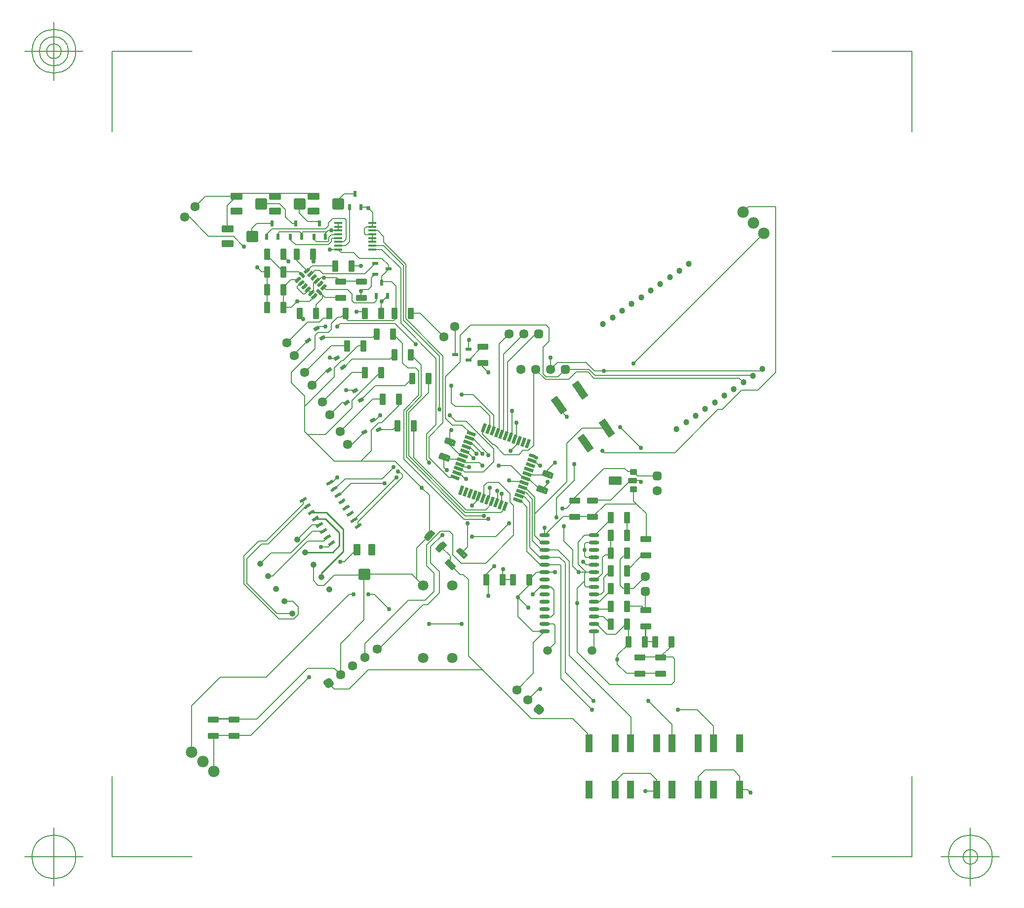
<source format=gbr>
G04 Generated by Ultiboard 11.0 *
%FSLAX25Y25*%
%MOIN*%

%ADD10C,0.00600*%
%ADD11C,0.01000*%
%ADD12C,0.00500*%
%ADD13C,0.03000*%
%ADD14C,0.06334*%
%ADD15R,0.02083X0.02083*%
%ADD16C,0.03917*%
%ADD17O,0.07000X0.02400*%
%ADD18C,0.05937*%
%ADD19P,0.02945X4X3*%
%ADD20P,0.05539X4X25*%
%ADD21C,0.01666*%
%ADD22P,0.03061X4X25*%
%ADD23P,0.02728X4X78*%
%ADD24P,0.02945X4X80*%
%ADD25R,0.05499X0.05500*%
%ADD26C,0.02334*%
%ADD27R,0.03084X0.06168*%
%ADD28C,0.07834*%
%ADD29R,0.05834X0.02251*%
%ADD30C,0.04100*%
%ADD31P,0.05539X4*%
%ADD32C,0.07079*%
%ADD33R,0.02251X0.05834*%
%ADD34P,0.03340X4X77*%
%ADD35P,0.03340X4X78*%
%ADD36R,0.05709X0.01772*%
%ADD37R,0.02362X0.03937*%
%ADD38P,0.03061X4*%
%ADD39P,0.03340X4X79*%
%ADD40R,0.05500X0.05499*%
%ADD41R,0.06168X0.03084*%
%ADD42R,0.03937X0.02362*%
%ADD43R,0.06834X0.04251*%
%ADD44R,0.04584X0.02251*%
%ADD45R,0.03000X0.02251*%
%ADD46R,0.05100X0.12200*%
%ADD47C,0.04047*%
%ADD48P,0.07212X4X80*%


G04 ColorRGB 1400FF for the following layer *
%LNCopper Top*%
%LPD*%
%FSLAX25Y25*%
%MOIN*%
G54D10*
X242915Y256534D02*
X255247Y256534D01*
X250469Y246881D02*
X252119Y246881D01*
X252000Y211000D02*
X254000Y211000D01*
X251800Y206000D02*
X254000Y206000D01*
X250700Y201050D02*
X253950Y201050D01*
X247250Y215750D02*
X252000Y211000D01*
X245650Y212150D02*
X251800Y206000D01*
X244050Y207700D02*
X250700Y201050D01*
X241950Y205050D02*
X251000Y196000D01*
X269000Y252000D02*
X247250Y230250D01*
X251000Y181000D02*
X246000Y176000D01*
X258300Y181000D02*
X251000Y181000D01*
X246250Y143250D02*
X254000Y151000D01*
X246000Y151000D02*
X254000Y151000D01*
X251000Y196000D02*
X264300Y196000D01*
X248500Y191000D02*
X261000Y191000D01*
X249877Y112000D02*
X251000Y112000D01*
X245000Y92000D02*
X273000Y92000D01*
X250100Y263000D02*
X251000Y263000D01*
X247993Y327744D02*
X254537Y321200D01*
X255000Y323000D02*
X253000Y325000D01*
X253000Y325000D02*
X253000Y343000D01*
X253000Y343000D02*
X257000Y347000D01*
X255000Y358000D02*
X204000Y358000D01*
X256000Y250713D02*
X252119Y246832D01*
X165500Y268426D02*
X200926Y233000D01*
X162150Y269513D02*
X200263Y231400D01*
X125277Y226243D02*
X153950Y254917D01*
X115367Y242967D02*
X123191Y250791D01*
X123191Y250791D02*
X145791Y250791D01*
X112160Y247160D02*
X119100Y254100D01*
X243025Y254325D02*
X250469Y246881D01*
X230550Y252450D02*
X230000Y253000D01*
X238925Y252450D02*
X240010Y251365D01*
X230550Y252450D02*
X238925Y252450D01*
X160550Y268850D02*
X200300Y229100D01*
X158950Y267300D02*
X199700Y226550D01*
X108938Y251353D02*
X110353Y251353D01*
X110353Y251353D02*
X114000Y255000D01*
X215176Y251600D02*
X212900Y249324D01*
X215176Y251600D02*
X222850Y251600D01*
X230650Y243800D02*
X222850Y251600D01*
X128000Y225000D02*
X157850Y254850D01*
X170950Y248000D02*
X152850Y266100D01*
X125277Y226243D02*
X125277Y226193D01*
X118667Y198000D02*
X127000Y206333D01*
X116192Y142758D02*
X132000Y158567D01*
X122000Y112000D02*
X135000Y125000D01*
X112000Y189000D02*
X131333Y189000D01*
X122000Y176000D02*
X125000Y176000D01*
X116192Y121736D02*
X116192Y142758D01*
X59500Y91500D02*
X94000Y126000D01*
X94000Y126000D02*
X111927Y126000D01*
X111927Y126000D02*
X116192Y121736D01*
X66000Y120000D02*
X122000Y176000D01*
X35000Y120000D02*
X66000Y120000D01*
X55500Y80500D02*
X95000Y120000D01*
X30707Y56285D02*
X30707Y79793D01*
X30707Y79793D02*
X30000Y80500D01*
X15613Y100613D02*
X35000Y120000D01*
X30000Y80500D02*
X55500Y80500D01*
X15613Y69406D02*
X15613Y100613D01*
X44000Y91500D02*
X59500Y91500D01*
X108000Y116000D02*
X112000Y112000D01*
X112000Y112000D02*
X122000Y112000D01*
X69264Y204000D02*
X61806Y196542D01*
X63000Y210000D02*
X53000Y200000D01*
X67342Y210000D02*
X63000Y210000D01*
X66000Y212000D02*
X61000Y212000D01*
X53000Y183263D02*
X73268Y162995D01*
X51000Y183000D02*
X74550Y159450D01*
X51000Y202000D02*
X51000Y183000D01*
X53000Y200000D02*
X53000Y183263D01*
X61000Y212000D02*
X51000Y202000D01*
X94000Y212000D02*
X70155Y188155D01*
X70155Y188155D02*
X67253Y188155D01*
X97793Y196065D02*
X97793Y185207D01*
X105000Y182000D02*
X112000Y189000D01*
X73268Y162995D02*
X83592Y162995D01*
X74550Y159450D02*
X84550Y159450D01*
X83918Y171382D02*
X78145Y171382D01*
X84550Y159450D02*
X87526Y162426D01*
X87526Y167774D02*
X83918Y171382D01*
X87526Y162426D02*
X87526Y167774D01*
X97793Y185207D02*
X101000Y182000D01*
X101000Y182000D02*
X105000Y182000D01*
X86900Y212838D02*
X96956Y222894D01*
X97201Y218701D02*
X82500Y204000D01*
X104775Y212000D02*
X94000Y212000D01*
X92816Y235474D02*
X93666Y235474D01*
X92816Y235474D02*
X67342Y210000D01*
X90943Y236943D02*
X66000Y212000D01*
X82500Y204000D02*
X69264Y204000D01*
X90943Y239667D02*
X90943Y236943D01*
X108000Y208000D02*
X110000Y210000D01*
X104559Y218701D02*
X97201Y218701D01*
X107282Y214507D02*
X104775Y212000D01*
X103000Y208000D02*
X108000Y208000D01*
X116000Y198000D02*
X118667Y198000D01*
X96956Y222894D02*
X101835Y222894D01*
X115367Y242967D02*
X114384Y242967D01*
X111661Y247160D02*
X112160Y247160D01*
X246250Y143250D02*
X246250Y122496D01*
X135000Y125000D02*
X212000Y125000D01*
X245000Y92000D02*
X202550Y134450D01*
X246250Y122496D02*
X235137Y111383D01*
X242569Y104691D02*
X249877Y112000D01*
X196872Y189350D02*
X190111Y196111D01*
X183426Y218576D02*
X189674Y218576D01*
X190111Y201889D02*
X190111Y196111D01*
X183889Y208111D02*
X190111Y201889D01*
X189674Y218576D02*
X191850Y216400D01*
X176000Y156000D02*
X198000Y156000D01*
X132000Y158567D02*
X132000Y189667D01*
X131333Y189000D02*
X132000Y189667D01*
X132000Y189667D02*
X164333Y189667D01*
X164333Y189667D02*
X172000Y182000D01*
X167500Y186500D02*
X167500Y207278D01*
X179200Y177950D02*
X179200Y190350D01*
X183050Y177000D02*
X183050Y191350D01*
X132575Y142575D02*
X162000Y172000D01*
X141943Y138943D02*
X172000Y169000D01*
X140766Y138943D02*
X141943Y138943D01*
X132575Y133207D02*
X132575Y142575D01*
X139000Y176000D02*
X149000Y166000D01*
X135000Y176000D02*
X139000Y176000D01*
X173250Y172000D02*
X179200Y177950D01*
X162000Y172000D02*
X173250Y172000D01*
X172000Y169000D02*
X175050Y169000D01*
X175050Y169000D02*
X183050Y177000D01*
X128000Y225000D02*
X128000Y222000D01*
X176111Y215889D02*
X176111Y242889D01*
X167500Y207278D02*
X176111Y215889D01*
X174174Y209324D02*
X174174Y195376D01*
X174174Y209324D02*
X183426Y218576D01*
X179200Y190350D02*
X174174Y195376D01*
X177000Y197400D02*
X177000Y208250D01*
X183050Y191350D02*
X177000Y197400D01*
X185000Y216000D02*
X184750Y216000D01*
X184750Y216000D02*
X177000Y208250D01*
X176111Y242889D02*
X171000Y248000D01*
X170950Y248000D02*
X171000Y248000D01*
X243500Y186000D02*
X248500Y191000D01*
X199024Y189350D02*
X196872Y189350D01*
X202550Y185824D02*
X199024Y189350D01*
X225500Y186000D02*
X225500Y192500D01*
X214500Y189750D02*
X219750Y195000D01*
X214500Y189750D02*
X214500Y186000D01*
X202550Y134450D02*
X202550Y185824D01*
X216000Y174750D02*
X216000Y184500D01*
X216000Y184500D02*
X214500Y186000D01*
X236000Y161000D02*
X246000Y151000D01*
X236000Y174750D02*
X243500Y182250D01*
X236000Y174000D02*
X236000Y161000D01*
X236000Y174000D02*
X243000Y167000D01*
X225500Y186000D02*
X232500Y186000D01*
X243500Y182250D02*
X243500Y186000D01*
X200263Y231400D02*
X224397Y231400D01*
X221204Y237681D02*
X221204Y238854D01*
X221204Y238854D02*
X222100Y239750D01*
X219750Y195000D02*
X220000Y195000D01*
X214074Y196924D02*
X233000Y215850D01*
X205000Y215000D02*
X221000Y215000D01*
X221000Y215000D02*
X230000Y224000D01*
X202000Y224000D02*
X202000Y208000D01*
X214074Y196924D02*
X197576Y196924D01*
X202000Y208000D02*
X197889Y203889D01*
X191850Y202650D02*
X191850Y216400D01*
X191850Y202650D02*
X197576Y196924D01*
X200926Y233000D02*
X214100Y233000D01*
X200300Y229100D02*
X212700Y229100D01*
X199700Y226550D02*
X215550Y226550D01*
X209365Y240365D02*
X205000Y236000D01*
X217950Y236850D02*
X217950Y238464D01*
X214100Y233000D02*
X217950Y236850D01*
X212700Y229100D02*
X212900Y228900D01*
X215550Y226550D02*
X216000Y227000D01*
X217950Y238464D02*
X218244Y238758D01*
X215784Y240335D02*
X215284Y239835D01*
X215784Y242184D02*
X217000Y243400D01*
X217000Y243400D02*
X217000Y248000D01*
X215784Y240335D02*
X215784Y242184D01*
X212900Y241488D02*
X212325Y240912D01*
X212900Y249324D02*
X212900Y241488D01*
X209365Y241990D02*
X209365Y240365D01*
X245650Y240350D02*
X245650Y212150D01*
X244050Y237950D02*
X244050Y207700D01*
X241950Y235100D02*
X241950Y205050D01*
X247250Y230000D02*
X247250Y215750D01*
X233000Y215850D02*
X233000Y236000D01*
X237465Y241800D02*
X240200Y241800D01*
X236779Y242486D02*
X237465Y241800D01*
X237524Y239526D02*
X235701Y239526D01*
X227123Y234126D02*
X227123Y235526D01*
X225000Y244000D02*
X225000Y237440D01*
X225000Y237440D02*
X224163Y236603D01*
X233000Y236000D02*
X230650Y238350D01*
X224397Y231400D02*
X227123Y234126D01*
X222100Y239750D02*
X222100Y245900D01*
X230650Y238350D02*
X230650Y243800D01*
X237524Y239526D02*
X241950Y235100D01*
X247250Y241750D02*
X247250Y230250D01*
X238933Y248405D02*
X240595Y248405D01*
X238406Y244896D02*
X241104Y244896D01*
X238406Y244896D02*
X237856Y245446D01*
X240595Y248405D02*
X247250Y241750D01*
X241104Y244896D02*
X245650Y240350D01*
X240200Y241800D02*
X244050Y237950D01*
X126000Y446528D02*
X118472Y446528D01*
X104300Y392700D02*
X132432Y392700D01*
X116000Y387500D02*
X130000Y387500D01*
X125276Y372900D02*
X124000Y374176D01*
X125276Y372900D02*
X138887Y372900D01*
X123899Y277340D02*
X132160Y285601D01*
X124000Y335000D02*
X149500Y335000D01*
X124000Y326000D02*
X132500Y326000D01*
X138000Y308000D02*
X116000Y286000D01*
X120000Y314000D02*
X126000Y314000D01*
X123500Y398000D02*
X130000Y398000D01*
X129000Y403000D02*
X125000Y407000D01*
X125000Y407000D02*
X116626Y407000D01*
X121200Y360800D02*
X151800Y360800D01*
X115900Y358900D02*
X153050Y358900D01*
X138050Y349550D02*
X105255Y349550D01*
X119100Y254100D02*
X144350Y254100D01*
X111900Y266100D02*
X152850Y266100D01*
X128000Y311000D02*
X124000Y307000D01*
X128000Y344000D02*
X118000Y334000D01*
X127000Y367000D02*
X132000Y367000D01*
X77500Y370000D02*
X77500Y383500D01*
X105489Y376511D02*
X101839Y380161D01*
X92000Y379000D02*
X94000Y381000D01*
X86850Y382950D02*
X90800Y379000D01*
X90800Y379000D02*
X92000Y379000D01*
X104000Y376000D02*
X104000Y378000D01*
X124000Y379000D02*
X124000Y374176D01*
X120962Y382038D02*
X124000Y379000D01*
X66500Y370000D02*
X66500Y394000D01*
X95136Y374000D02*
X98512Y377377D01*
X104000Y306000D02*
X124000Y326000D01*
X83000Y319000D02*
X92000Y310000D01*
X112000Y323000D02*
X92000Y303000D01*
X92000Y286000D02*
X111900Y266100D01*
X106000Y284000D02*
X94000Y284000D01*
X92000Y310000D02*
X92000Y286000D01*
X124000Y302000D02*
X106000Y284000D01*
X121000Y277340D02*
X123899Y277340D01*
X109000Y297340D02*
X117194Y305534D01*
X117194Y305534D02*
X120203Y305534D01*
X124000Y307000D02*
X124000Y302000D01*
X87000Y374000D02*
X95136Y374000D01*
X102000Y360000D02*
X94000Y360000D01*
X94000Y360000D02*
X80000Y346000D01*
X85000Y338331D02*
X94203Y347534D01*
X110000Y344000D02*
X92000Y326000D01*
X99000Y342000D02*
X83000Y326000D01*
X83000Y326000D02*
X83000Y319000D01*
X85000Y337340D02*
X85000Y338331D01*
X77500Y370000D02*
X83000Y370000D01*
X88500Y364500D02*
X91000Y362000D01*
X83000Y370000D02*
X87000Y374000D01*
X88500Y366000D02*
X88500Y364500D01*
X99000Y351000D02*
X99000Y342000D01*
X120500Y344000D02*
X110000Y344000D01*
X113412Y335383D02*
X109883Y335383D01*
X109883Y335383D02*
X109633Y335633D01*
X97000Y317340D02*
X107128Y327468D01*
X107128Y327468D02*
X108246Y327468D01*
X117845Y329431D02*
X118431Y329431D01*
X118431Y329431D02*
X124000Y335000D01*
X117000Y334000D02*
X112000Y329000D01*
X112000Y329000D02*
X112000Y323000D01*
X113412Y335383D02*
X113662Y335633D01*
X118000Y334000D02*
X117000Y334000D01*
X105489Y376511D02*
X115989Y376511D01*
X110000Y359000D02*
X110000Y355000D01*
X110000Y355000D02*
X108000Y353000D01*
X114200Y363200D02*
X110000Y359000D01*
X108500Y364500D02*
X106500Y362500D01*
X106500Y362500D02*
X104500Y362500D01*
X104500Y362500D02*
X102000Y360000D01*
X105034Y349329D02*
X103834Y349329D01*
X105255Y349550D02*
X105034Y349329D01*
X100353Y355603D02*
X101750Y357000D01*
X101750Y357000D02*
X106000Y357000D01*
X99760Y355603D02*
X100353Y355603D01*
X108000Y353000D02*
X101000Y353000D01*
X101000Y353000D02*
X99000Y351000D01*
X99500Y366000D02*
X99500Y371500D01*
X99500Y371500D02*
X104000Y376000D01*
X108500Y366000D02*
X108500Y364500D01*
X119500Y366000D02*
X119500Y362500D01*
X119500Y362500D02*
X121200Y360800D01*
X116700Y363200D02*
X114200Y363200D01*
X116700Y363200D02*
X119500Y366000D01*
X115900Y358900D02*
X114000Y357000D01*
X69667Y447000D02*
X47667Y447000D01*
X62333Y440000D02*
X75000Y440000D01*
X59528Y426528D02*
X70000Y426528D01*
X60000Y397000D02*
X63000Y394000D01*
X63000Y394000D02*
X65000Y394000D01*
X25000Y445000D02*
X18000Y438000D01*
X39667Y438667D02*
X45667Y444667D01*
X43750Y418000D02*
X27000Y418000D01*
X27000Y418000D02*
X14071Y430929D01*
X14071Y430929D02*
X10929Y430929D01*
X50650Y411100D02*
X43750Y418000D01*
X39667Y423000D02*
X39667Y438667D01*
X56333Y423333D02*
X59528Y426528D01*
X56333Y418000D02*
X56333Y423333D01*
X45667Y445000D02*
X25000Y445000D01*
X47667Y447000D02*
X45667Y445000D01*
X45667Y444667D02*
X45667Y445000D01*
X114333Y442388D02*
X114333Y440000D01*
X88333Y433667D02*
X88333Y440000D01*
X75000Y440000D02*
X79000Y436000D01*
X88333Y433667D02*
X94000Y428000D01*
X94000Y428000D02*
X100528Y428000D01*
X91000Y421000D02*
X107000Y421000D01*
X70000Y423000D02*
X106000Y423000D01*
X86500Y401611D02*
X93488Y394623D01*
X93488Y394623D02*
X96864Y398000D01*
X95715Y392396D02*
X96396Y392396D01*
X94058Y381831D02*
X95889Y380000D01*
X85800Y412200D02*
X107950Y412200D01*
X66500Y405000D02*
X77500Y394000D01*
X82512Y388512D02*
X77500Y383500D01*
X77500Y394000D02*
X88000Y394000D01*
X77500Y406000D02*
X77500Y404500D01*
X77500Y404500D02*
X81150Y400850D01*
X66500Y406000D02*
X66500Y405000D01*
X88000Y394000D02*
X90161Y391839D01*
X87377Y388512D02*
X82512Y388512D01*
X89604Y386285D02*
X89285Y386285D01*
X89285Y386285D02*
X86850Y383850D01*
X86850Y383850D02*
X86850Y382950D01*
X86500Y406000D02*
X86500Y401611D01*
X79000Y436000D02*
X79000Y431000D01*
X79000Y431000D02*
X83472Y426528D01*
X75000Y421000D02*
X88463Y421000D01*
X73740Y417472D02*
X73740Y419740D01*
X73740Y419740D02*
X75000Y421000D01*
X70000Y423000D02*
X66260Y419260D01*
X66260Y419260D02*
X66260Y417472D01*
X88463Y421000D02*
X89740Y419722D01*
X89740Y419722D02*
X89740Y417472D01*
X89731Y419731D02*
X91000Y421000D01*
X82260Y415740D02*
X85800Y412200D01*
X83472Y426528D02*
X86000Y426528D01*
X116626Y407000D02*
X114583Y409043D01*
X114583Y409043D02*
X109454Y409043D01*
X96864Y398000D02*
X112500Y398000D01*
X103000Y390000D02*
X113500Y390000D01*
X106073Y382038D02*
X120962Y382038D01*
X96396Y392396D02*
X99000Y395000D01*
X99000Y395000D02*
X102000Y395000D01*
X102000Y395000D02*
X104300Y392700D01*
X100942Y387942D02*
X103000Y390000D01*
X96285Y379604D02*
X98000Y381319D01*
X98000Y381319D02*
X98000Y386000D01*
X98000Y386000D02*
X99942Y387942D01*
X100169Y387942D02*
X100942Y387942D01*
X106073Y382038D02*
X104623Y383488D01*
X97500Y406000D02*
X97500Y401000D01*
X113500Y390000D02*
X116000Y387500D01*
X107839Y421839D02*
X114583Y421839D01*
X110000Y419000D02*
X114303Y419000D01*
X108300Y417300D02*
X110000Y419000D01*
X110546Y416720D02*
X114583Y416720D01*
X110020Y416195D02*
X110546Y416720D01*
X119000Y430000D02*
X111000Y430000D01*
X111000Y430000D02*
X108000Y427000D01*
X110020Y416195D02*
X110020Y414270D01*
X107950Y412200D02*
X110020Y414270D01*
X108000Y427000D02*
X108000Y425000D01*
X108000Y425000D02*
X106000Y423000D01*
X105700Y419724D02*
X105700Y417513D01*
X105700Y417513D02*
X105740Y417472D01*
X107839Y421839D02*
X105724Y419724D01*
X98260Y417472D02*
X98260Y415740D01*
X98260Y415740D02*
X99800Y414200D01*
X107500Y414200D02*
X108300Y415000D01*
X108300Y415000D02*
X108300Y417300D01*
X99800Y414200D02*
X107500Y414200D01*
X100528Y428000D02*
X102000Y426528D01*
X122260Y437472D02*
X122260Y414260D01*
X114583Y421839D02*
X114583Y426957D01*
X120000Y416000D02*
X120000Y429000D01*
X122260Y414260D02*
X119602Y411602D01*
X119602Y411602D02*
X114583Y411602D01*
X114303Y419000D02*
X114583Y419280D01*
X114583Y414161D02*
X118161Y414161D01*
X118161Y414161D02*
X120000Y416000D01*
X120000Y429000D02*
X119000Y430000D01*
X97667Y445000D02*
X95667Y447000D01*
X95667Y447000D02*
X73667Y447000D01*
X73667Y447000D02*
X71667Y445000D01*
X71667Y445000D02*
X69667Y447000D01*
X118472Y446528D02*
X114333Y442388D01*
X130000Y376500D02*
X130000Y381000D01*
X140260Y374272D02*
X140260Y377472D01*
X147740Y377472D02*
X143500Y373232D01*
X160200Y398913D02*
X160200Y362150D01*
X158600Y398250D02*
X158600Y361350D01*
X156850Y396150D02*
X156850Y359150D01*
X153422Y384452D02*
X153422Y362422D01*
X189881Y279168D02*
X190000Y279049D01*
X190000Y276900D02*
X197225Y269675D01*
X190000Y279049D02*
X190000Y276900D01*
X187519Y267432D02*
X197119Y267432D01*
X194000Y293000D02*
X190000Y297000D01*
X189881Y279168D02*
X189881Y285881D01*
X189881Y285881D02*
X191000Y287000D01*
X186950Y295050D02*
X191550Y290450D01*
X197000Y333000D02*
X186950Y322950D01*
X176000Y268253D02*
X189376Y254877D01*
X189376Y254877D02*
X193526Y254877D01*
X187550Y260000D02*
X188000Y260000D01*
X129834Y307334D02*
X139500Y317000D01*
X175500Y322000D02*
X175500Y312450D01*
X169050Y326950D02*
X169050Y310525D01*
X170650Y330850D02*
X170650Y309863D01*
X183000Y301000D02*
X183000Y336950D01*
X180700Y290750D02*
X180700Y335300D01*
X185350Y337000D02*
X185350Y291800D01*
X186950Y322950D02*
X186950Y295050D01*
X142900Y326000D02*
X128000Y311100D01*
X155550Y259100D02*
X157850Y256800D01*
X157850Y254850D02*
X157850Y256800D01*
X137000Y287000D02*
X137000Y273100D01*
X137000Y273100D02*
X130000Y266100D01*
X153950Y254917D02*
X154000Y254917D01*
X144350Y254100D02*
X151900Y261650D01*
X155100Y259100D02*
X155000Y259000D01*
X155100Y259100D02*
X155550Y259100D01*
X144500Y308000D02*
X138000Y308000D01*
X141822Y287227D02*
X151727Y287227D01*
X139571Y293571D02*
X143000Y297000D01*
X144000Y292000D02*
X142000Y292000D01*
X142000Y292000D02*
X137000Y287000D01*
X137858Y293571D02*
X139571Y293571D01*
X128000Y311100D02*
X128000Y311000D01*
X155500Y303500D02*
X144000Y292000D01*
X151727Y287227D02*
X154500Y290000D01*
X155500Y308000D02*
X155500Y303500D01*
X165500Y290000D02*
X165500Y268426D01*
X160550Y299763D02*
X160550Y268850D01*
X162150Y269513D02*
X162150Y299100D01*
X158950Y300425D02*
X158950Y267300D01*
X174100Y266900D02*
X174100Y284150D01*
X180700Y290750D02*
X174100Y284150D01*
X185350Y291800D02*
X176000Y282450D01*
X176000Y282450D02*
X176000Y268253D01*
X174100Y266900D02*
X176000Y265000D01*
X186595Y268107D02*
X186843Y268107D01*
X187519Y267432D02*
X186843Y268107D01*
X185869Y267382D02*
X185869Y261681D01*
X185869Y267382D02*
X186595Y268107D01*
X187550Y260000D02*
X185869Y261681D01*
X175500Y312450D02*
X162150Y299100D01*
X170650Y309863D02*
X160550Y299763D01*
X169050Y310525D02*
X158950Y300425D01*
X139500Y317000D02*
X159500Y317000D01*
X151500Y352000D02*
X158000Y345500D01*
X158000Y332450D02*
X161450Y329000D01*
X158000Y345500D02*
X158000Y332450D01*
X158600Y361350D02*
X183000Y336950D01*
X156850Y359150D02*
X180700Y335300D01*
X153050Y358900D02*
X166500Y345450D01*
X143500Y326000D02*
X142900Y326000D01*
X131500Y344000D02*
X128000Y344000D01*
X149500Y335000D02*
X152500Y338000D01*
X138050Y349550D02*
X140500Y352000D01*
X138887Y372900D02*
X140260Y374272D01*
X151800Y360800D02*
X153422Y362422D01*
X143500Y373232D02*
X143500Y366000D01*
X160200Y362150D02*
X185350Y337000D01*
X163500Y338000D02*
X170650Y330850D01*
X159500Y317000D02*
X164500Y322000D01*
X167000Y329000D02*
X169050Y326950D01*
X161450Y329000D02*
X167000Y329000D01*
X170000Y366000D02*
X186000Y350000D01*
X163500Y366000D02*
X170000Y366000D01*
X191000Y317000D02*
X191000Y305300D01*
X229000Y286000D02*
X229000Y333000D01*
X226200Y287200D02*
X226200Y338200D01*
X223150Y288150D02*
X223150Y345150D01*
X246550Y276713D02*
X246550Y326426D01*
X212674Y258674D02*
X219600Y265600D01*
X221756Y285242D02*
X221756Y286756D01*
X221756Y286756D02*
X223150Y288150D01*
X218796Y287796D02*
X219600Y288600D01*
X219600Y297100D02*
X205700Y311000D01*
X219600Y288600D02*
X219600Y297100D01*
X219600Y265600D02*
X219600Y274237D01*
X219600Y274237D02*
X200837Y293000D01*
X218950Y277150D02*
X219850Y277150D01*
X219850Y277150D02*
X226600Y270400D01*
X211777Y284323D02*
X218950Y277150D01*
X211777Y287374D02*
X211777Y284323D01*
X198322Y290450D02*
X204299Y284474D01*
X203000Y271000D02*
X206000Y268000D01*
X199926Y258674D02*
X212674Y258674D01*
X203850Y274900D02*
X207750Y271000D01*
X202100Y274900D02*
X203850Y274900D01*
X202698Y278000D02*
X205000Y278000D01*
X205000Y278000D02*
X212000Y271000D01*
X203221Y281514D02*
X203885Y280850D01*
X203885Y280850D02*
X205850Y280850D01*
X205850Y280850D02*
X216000Y270700D01*
X201000Y265000D02*
X210000Y265000D01*
X197119Y267432D02*
X197835Y266716D01*
X197835Y266716D02*
X199284Y266716D01*
X199284Y266716D02*
X201000Y265000D01*
X195681Y260796D02*
X197804Y260796D01*
X197804Y260796D02*
X199926Y258674D01*
X203000Y262000D02*
X200000Y262000D01*
X200000Y262000D02*
X198244Y263756D01*
X198244Y263756D02*
X196758Y263756D01*
X194603Y257837D02*
X196363Y257837D01*
X200200Y254000D02*
X201000Y254000D01*
X196363Y257837D02*
X200200Y254000D01*
X197225Y269675D02*
X198912Y269675D01*
X199990Y272635D02*
X201365Y272635D01*
X201365Y272635D02*
X203000Y271000D01*
X201067Y275595D02*
X201405Y275595D01*
X201405Y275595D02*
X202100Y274900D01*
X202144Y278554D02*
X202698Y278000D01*
X212000Y263000D02*
X210000Y265000D01*
X207750Y271000D02*
X208000Y271000D01*
X216000Y270700D02*
X216000Y270000D01*
X193400Y302900D02*
X210424Y302900D01*
X205700Y311000D02*
X198000Y311000D01*
X200837Y293000D02*
X194000Y293000D01*
X191550Y290450D02*
X198322Y290450D01*
X191000Y305300D02*
X193400Y302900D01*
X216800Y296524D02*
X210424Y302900D01*
X218796Y286319D02*
X218796Y287796D01*
X216800Y296524D02*
X216800Y288360D01*
X216800Y288360D02*
X215837Y287397D01*
X211777Y287374D02*
X212877Y288474D01*
X233595Y280933D02*
X233595Y282595D01*
X235000Y284000D02*
X235000Y292000D01*
X233595Y282595D02*
X235000Y284000D01*
X224716Y284165D02*
X224716Y285716D01*
X227675Y283088D02*
X227675Y284675D01*
X227675Y284675D02*
X229000Y286000D01*
X230635Y282010D02*
X230635Y284035D01*
X230635Y284035D02*
X232000Y285400D01*
X236554Y279856D02*
X236554Y278554D01*
X236554Y278554D02*
X230900Y272900D01*
X231100Y263000D02*
X239775Y254325D01*
X236451Y270400D02*
X239201Y273150D01*
X226600Y270400D02*
X236451Y270400D01*
X223000Y263000D02*
X231100Y263000D01*
X230900Y272900D02*
X230900Y272950D01*
X242915Y256534D02*
X242165Y257284D01*
X241088Y254325D02*
X243025Y254325D01*
X250100Y263000D02*
X246937Y266163D01*
X245397Y266163D02*
X246937Y266163D01*
X239775Y254325D02*
X241088Y254325D01*
X242987Y273150D02*
X246550Y276713D01*
X239201Y273150D02*
X242987Y273150D01*
X232000Y285400D02*
X232000Y300000D01*
X224716Y285716D02*
X226200Y287200D01*
X193472Y338000D02*
X193472Y356670D01*
X202528Y341740D02*
X202528Y347528D01*
X202528Y347528D02*
X203000Y348000D01*
X197000Y351000D02*
X197000Y333000D01*
X202760Y334260D02*
X212000Y343500D01*
X202528Y334260D02*
X202760Y334260D01*
X212000Y332500D02*
X212000Y330000D01*
X212000Y330000D02*
X216000Y326000D01*
X204000Y358000D02*
X197000Y351000D01*
X193472Y356670D02*
X193071Y357071D01*
X229000Y333000D02*
X248000Y352000D01*
X226200Y338200D02*
X240000Y352000D01*
X223150Y345150D02*
X230000Y352000D01*
X248000Y327876D02*
X248000Y328000D01*
X246550Y326426D02*
X248000Y327876D01*
X247993Y327744D02*
X247993Y327993D01*
X248000Y352000D02*
X250000Y352000D01*
X145248Y411602D02*
X158600Y398250D01*
X145300Y413813D02*
X160200Y398913D01*
X143957Y409043D02*
X156850Y396150D01*
X137417Y409043D02*
X143957Y409043D01*
X144000Y403000D02*
X129000Y403000D01*
X132432Y392700D02*
X139472Y399740D01*
X130000Y381000D02*
X131000Y382000D01*
X131000Y382000D02*
X135000Y382000D01*
X135000Y382000D02*
X137000Y384000D01*
X137000Y384000D02*
X137000Y389787D01*
X137000Y389787D02*
X139472Y392260D01*
X144000Y391000D02*
X148528Y395528D01*
X144000Y386528D02*
X144000Y391000D01*
X144750Y387278D02*
X144000Y386528D01*
X153422Y384452D02*
X150597Y387278D01*
X144750Y387278D02*
X150597Y387278D01*
X148528Y395528D02*
X148528Y398472D01*
X148528Y398472D02*
X144000Y403000D01*
X137417Y421839D02*
X141161Y421839D01*
X141161Y421839D02*
X145300Y417700D01*
X137417Y411602D02*
X145248Y411602D01*
X137417Y426957D02*
X137417Y424398D01*
X137417Y424398D02*
X133398Y424398D01*
X133398Y424398D02*
X132150Y423150D01*
X133000Y419000D02*
X137138Y419000D01*
X137138Y419000D02*
X137417Y419280D01*
X137417Y414161D02*
X137417Y419280D01*
X132150Y419850D02*
X132150Y423150D01*
X132150Y419850D02*
X133000Y419000D01*
X129740Y437472D02*
X134528Y437472D01*
X134528Y437472D02*
X138000Y434000D01*
X138000Y434000D02*
X138000Y427539D01*
X138000Y427539D02*
X137417Y426957D01*
X145300Y417700D02*
X145300Y413813D01*
X269000Y278000D02*
X269000Y252000D01*
X294000Y261000D02*
X274000Y241000D01*
X311969Y252919D02*
X313044Y252919D01*
X298550Y239500D02*
X311969Y252919D01*
X262000Y241000D02*
X274000Y253000D01*
X274000Y253000D02*
X274000Y264000D01*
X256000Y252000D02*
X256000Y250713D01*
X313044Y252919D02*
X318081Y252919D01*
X318081Y252919D02*
X319000Y252000D01*
X362176Y57150D02*
X381650Y57150D01*
X303000Y128600D02*
X309100Y122500D01*
X264900Y119100D02*
X264900Y195400D01*
X267800Y197200D02*
X267800Y123200D01*
X270600Y134600D02*
X312350Y92850D01*
X341600Y132400D02*
X341600Y116926D01*
X298000Y115000D02*
X276000Y137000D01*
X307000Y55000D02*
X325300Y55000D01*
X309100Y122500D02*
X332000Y122500D01*
X298000Y115000D02*
X339674Y115000D01*
X301700Y44000D02*
X301700Y49700D01*
X301700Y49700D02*
X307000Y55000D01*
X284000Y75300D02*
X283000Y76300D01*
X283000Y76300D02*
X283000Y82000D01*
X283000Y82000D02*
X273000Y92000D01*
X264900Y119100D02*
X286000Y98000D01*
X267800Y123200D02*
X287000Y104000D01*
X312350Y92850D02*
X312350Y75650D01*
X312350Y75650D02*
X312000Y75300D01*
X329700Y50600D02*
X329700Y44000D01*
X325300Y55000D02*
X329700Y50600D01*
X322000Y43000D02*
X328000Y43000D01*
X362176Y57150D02*
X357700Y52674D01*
X357700Y44000D02*
X357700Y52674D01*
X344000Y98000D02*
X357000Y98000D01*
X324000Y104000D02*
X340000Y88000D01*
X340000Y88000D02*
X340000Y75300D01*
X339674Y115000D02*
X341600Y116926D01*
X357000Y98000D02*
X368000Y87000D01*
X368000Y87000D02*
X368000Y75300D01*
X309500Y168000D02*
X319500Y168000D01*
X314000Y180000D02*
X322000Y188000D01*
X307000Y180000D02*
X314000Y180000D01*
X309500Y192000D02*
X320000Y202500D01*
X295100Y237100D02*
X315824Y237100D01*
X313836Y247003D02*
X313836Y239088D01*
X322400Y230524D02*
X315962Y236962D01*
X313836Y239088D02*
X315962Y236962D01*
X281000Y182000D02*
X281000Y190000D01*
X281000Y190000D02*
X282000Y191000D01*
X293900Y187400D02*
X298500Y192000D01*
X293000Y190000D02*
X289000Y186000D01*
X293000Y201000D02*
X293000Y190000D01*
X305000Y182000D02*
X305000Y199500D01*
X270600Y198400D02*
X270600Y134600D01*
X287333Y181000D02*
X282000Y181000D01*
X276000Y137000D02*
X276000Y180000D01*
X261000Y155000D02*
X261000Y143000D01*
X261000Y143000D02*
X256000Y138000D01*
X254000Y156000D02*
X260000Y156000D01*
X260000Y156000D02*
X261000Y155000D01*
X260300Y162476D02*
X260300Y179000D01*
X254450Y160550D02*
X254000Y161000D01*
X254450Y160550D02*
X258374Y160550D01*
X260300Y162476D02*
X258374Y160550D01*
X260300Y179000D02*
X258300Y181000D01*
X282000Y181000D02*
X281000Y182000D01*
X276000Y180000D02*
X281000Y185000D01*
X298500Y156000D02*
X293500Y161000D01*
X302000Y149000D02*
X296000Y149000D01*
X287333Y151000D02*
X287333Y139412D01*
X287333Y139412D02*
X285921Y138000D01*
X296000Y149000D02*
X289000Y156000D01*
X289000Y156000D02*
X287333Y156000D01*
X310500Y142300D02*
X303000Y134800D01*
X310500Y142300D02*
X310500Y155000D01*
X303000Y128600D02*
X303000Y134800D01*
X310500Y155000D02*
X309500Y156000D01*
X309500Y156000D02*
X309000Y156000D01*
X309000Y156000D02*
X302000Y149000D01*
X296500Y166000D02*
X298500Y168000D01*
X298500Y180000D02*
X298500Y178500D01*
X298500Y178500D02*
X291000Y171000D01*
X293500Y161000D02*
X287333Y161000D01*
X296500Y166000D02*
X287333Y166000D01*
X291000Y171000D02*
X287333Y171000D01*
X287333Y176000D02*
X292000Y176000D01*
X292000Y176000D02*
X293900Y177900D01*
X293900Y177900D02*
X293900Y187400D01*
X289000Y186000D02*
X287333Y186000D01*
X307000Y180000D02*
X305000Y182000D01*
X287900Y216000D02*
X281000Y216000D01*
X287333Y211000D02*
X282000Y211000D01*
X282000Y201000D02*
X287333Y201000D01*
X266500Y228500D02*
X286500Y228500D01*
X277000Y191000D02*
X287333Y191000D01*
X281783Y191000D02*
X285033Y191000D01*
X287333Y196000D02*
X282000Y196000D01*
X254000Y216000D02*
X266500Y228500D01*
X253950Y221150D02*
X253850Y221050D01*
X253950Y221150D02*
X253950Y216050D01*
X267000Y212000D02*
X267000Y222000D01*
X264000Y201000D02*
X267800Y197200D01*
X263000Y206000D02*
X270600Y198400D01*
X273000Y206000D02*
X267000Y212000D01*
X254000Y206000D02*
X263000Y206000D01*
X253950Y201050D02*
X254000Y201000D01*
X254000Y201000D02*
X264000Y201000D01*
X264300Y196000D02*
X264900Y195400D01*
X253950Y216050D02*
X254000Y216000D01*
X281000Y210000D02*
X281000Y202000D01*
X276450Y211450D02*
X276450Y196333D01*
X273000Y195000D02*
X273000Y206000D01*
X281000Y202000D02*
X282000Y201000D01*
X276450Y196333D02*
X281783Y191000D01*
X282000Y196000D02*
X280000Y198000D01*
X277000Y191000D02*
X273000Y195000D01*
X281000Y216000D02*
X276450Y211450D01*
X282000Y211000D02*
X281000Y210000D01*
X274000Y239500D02*
X268500Y234000D01*
X268500Y234000D02*
X266000Y234000D01*
X262000Y228000D02*
X262000Y241000D01*
X274000Y241000D02*
X274000Y239500D01*
X309500Y216000D02*
X309500Y228000D01*
X287900Y216000D02*
X298500Y226600D01*
X298500Y216000D02*
X298500Y204000D01*
X297250Y202750D02*
X298500Y204000D01*
X297250Y202750D02*
X294750Y202750D01*
X294750Y202750D02*
X293000Y201000D01*
X305000Y199500D02*
X309500Y204000D01*
X298500Y226600D02*
X298500Y228000D01*
X286000Y239500D02*
X298550Y239500D01*
X286500Y228500D02*
X295100Y237100D01*
X332000Y133500D02*
X339500Y141000D01*
X318000Y133500D02*
X340500Y133500D01*
X321500Y144000D02*
X328500Y144000D01*
X339500Y141000D02*
X339500Y144000D01*
X340500Y133500D02*
X341600Y132400D01*
X322000Y165500D02*
X322000Y178000D01*
X319500Y168000D02*
X322000Y165500D01*
X322400Y230524D02*
X322400Y213900D01*
X320000Y202500D02*
X322000Y202500D01*
X322400Y213900D02*
X322000Y213500D01*
X391000Y44000D02*
X393000Y42000D01*
X385700Y53100D02*
X385700Y44000D01*
X385700Y44000D02*
X391000Y44000D01*
X381650Y57150D02*
X385700Y53100D01*
X288000Y324000D02*
X394354Y324000D01*
X399746Y326975D02*
X287625Y326975D01*
X385296Y322092D02*
X287308Y322092D01*
X374000Y301000D02*
X387000Y314000D01*
X402000Y420000D02*
X314000Y332000D01*
X316672Y256000D02*
X313836Y258836D01*
X313836Y258836D02*
X310164Y258836D01*
X305000Y289000D02*
X319000Y275000D01*
X294250Y271750D02*
X341750Y271750D01*
X279361Y288361D02*
X295953Y288361D01*
X279361Y288361D02*
X269000Y278000D01*
X255247Y256534D02*
X255881Y257168D01*
X255881Y257168D02*
X255881Y259881D01*
X255881Y259881D02*
X261000Y265000D01*
X263501Y301499D02*
X269000Y296000D01*
X308000Y261000D02*
X294000Y261000D01*
X294250Y271750D02*
X293000Y273000D01*
X310164Y258836D02*
X308000Y261000D01*
X268000Y328000D02*
X284000Y328000D01*
X284000Y328000D02*
X288000Y324000D01*
X287308Y322092D02*
X283200Y326200D01*
X283200Y326200D02*
X275200Y326200D01*
X287625Y326975D02*
X282000Y332600D01*
X257000Y347000D02*
X257000Y356000D01*
X282000Y332600D02*
X262600Y332600D01*
X268000Y328000D02*
X263000Y323000D01*
X270200Y321200D02*
X254537Y321200D01*
X262600Y332600D02*
X258000Y328000D01*
X258000Y328000D02*
X258000Y336000D01*
X263000Y323000D02*
X255000Y323000D01*
X275200Y326200D02*
X270200Y321200D01*
X257000Y356000D02*
X255000Y358000D01*
X341750Y271750D02*
X371000Y301000D01*
X330000Y256000D02*
X316672Y256000D01*
X371000Y301000D02*
X374000Y301000D01*
X410000Y326000D02*
X410000Y438000D01*
X387000Y314000D02*
X398000Y314000D01*
X398000Y314000D02*
X410000Y326000D01*
X394354Y324000D02*
X394596Y323759D01*
X385296Y322092D02*
X388146Y319242D01*
X399746Y326975D02*
X401046Y328275D01*
X391716Y438000D02*
X410000Y438000D01*
X391716Y438000D02*
X387858Y434142D01*
G54D11*
X30000Y91500D02*
X30500Y92000D01*
X30500Y92000D02*
X43000Y92000D01*
X103239Y190128D02*
X117925Y204813D01*
X103239Y190128D02*
X103239Y187678D01*
X92347Y204451D02*
X110776Y204451D01*
X115219Y217781D02*
X105913Y227087D01*
X117925Y220075D02*
X106719Y231281D01*
X117925Y204813D02*
X117925Y220075D01*
X110776Y204451D02*
X115219Y208894D01*
X115219Y217781D02*
X115219Y208894D01*
X99112Y227087D02*
X105913Y227087D01*
X96389Y231281D02*
X106719Y231281D01*
X322000Y144000D02*
X322000Y154500D01*
X321500Y144000D02*
X322000Y144000D01*
G54D12*
X-38000Y-1500D02*
X-38000Y52950D01*
X-38000Y-1500D02*
X16000Y-1500D01*
X502000Y-1500D02*
X448000Y-1500D01*
X502000Y-1500D02*
X502000Y52950D01*
X502000Y543000D02*
X502000Y488550D01*
X502000Y543000D02*
X448000Y543000D01*
X-38000Y543000D02*
X16000Y543000D01*
X-38000Y543000D02*
X-38000Y488550D01*
X-57685Y-1500D02*
X-97055Y-1500D01*
X-77370Y-21185D02*
X-77370Y18185D01*
X-92134Y-1500D02*
G75*
D01*
G02X-92134Y-1500I14764J0*
G01*
X521685Y-1500D02*
X561055Y-1500D01*
X541370Y-21185D02*
X541370Y18185D01*
X526606Y-1500D02*
G75*
D01*
G02X526606Y-1500I14764J0*
G01*
X536449Y-1500D02*
G75*
D01*
G02X536449Y-1500I4921J0*
G01*
X-57685Y543000D02*
X-97055Y543000D01*
X-77370Y523315D02*
X-77370Y562685D01*
X-92134Y543000D02*
G75*
D01*
G02X-92134Y543000I14764J0*
G01*
X-87213Y543000D02*
G75*
D01*
G02X-87213Y543000I9843J0*
G01*
X-82291Y543000D02*
G75*
D01*
G02X-82291Y543000I4921J0*
G01*
G54D13*
X251000Y263000D03*
X251000Y112000D03*
X254000Y221000D03*
X201000Y254000D03*
X146000Y251000D03*
X230000Y253000D03*
X125000Y176000D03*
X95000Y120000D03*
X103000Y208000D03*
X116000Y198000D03*
X135000Y176000D03*
X149000Y166000D03*
X149000Y166000D03*
X176000Y156000D03*
X185000Y216000D03*
X171000Y248000D03*
X198000Y156000D03*
X216000Y175000D03*
X236000Y174000D03*
X243000Y167000D03*
X246000Y176000D03*
X220000Y195000D03*
X222000Y246000D03*
X205000Y215000D03*
X205000Y236000D03*
X202000Y224000D03*
X213000Y229000D03*
X216000Y227000D03*
X217000Y248000D03*
X226000Y193000D03*
X230000Y224000D03*
X225000Y244000D03*
X127000Y367000D03*
X120000Y314000D03*
X114000Y255000D03*
X91000Y362000D03*
X87000Y374000D03*
X109000Y336000D03*
X106000Y357000D03*
X114000Y357000D03*
X51000Y411000D03*
X60000Y397000D03*
X81000Y401000D03*
X109000Y409000D03*
X105000Y390000D03*
X98000Y401000D03*
X110000Y422000D03*
X188000Y260000D03*
X190000Y297000D03*
X191000Y317000D03*
X191000Y287000D03*
X155000Y259000D03*
X152000Y262000D03*
X154000Y255000D03*
X143000Y297000D03*
X176000Y265000D03*
X183000Y301000D03*
X144000Y374000D03*
X167000Y345000D03*
X203000Y262000D03*
X206000Y268000D03*
X216000Y270000D03*
X212000Y263000D03*
X212000Y271000D03*
X208000Y271000D03*
X198000Y311000D03*
X223000Y263000D03*
X231000Y273000D03*
X235000Y292000D03*
X232000Y300000D03*
X203000Y348000D03*
X216000Y326000D03*
X130000Y381000D03*
X130000Y398000D03*
X135000Y437000D03*
X256000Y252000D03*
X319000Y252000D03*
X286000Y98000D03*
X287000Y104000D03*
X322000Y43000D03*
X344000Y98000D03*
X324000Y104000D03*
X277000Y191000D03*
X261000Y191000D03*
X276000Y170000D03*
X303000Y132000D03*
X281000Y206000D03*
X267000Y222000D03*
X280000Y198000D03*
X266000Y234000D03*
X262000Y228000D03*
X393000Y42000D03*
X314000Y332000D03*
X261000Y265000D03*
X274000Y264000D03*
X269000Y296000D03*
X293000Y273000D03*
X305000Y289000D03*
X258000Y336000D03*
X294000Y327000D03*
X319000Y275000D03*
G54D14*
X18000Y438000D03*
X10929Y430929D03*
X240000Y352000D03*
X230000Y352000D03*
X248000Y328000D03*
X238000Y328000D03*
X258000Y328000D03*
X235137Y111383D03*
X242569Y104691D03*
X124383Y127472D03*
X116192Y121736D03*
X140766Y138943D03*
X132575Y133207D03*
X121000Y277340D03*
X116000Y286000D03*
X97000Y317340D03*
X92000Y326000D03*
X109000Y297340D03*
X104000Y306000D03*
X80000Y346000D03*
X85000Y337340D03*
X193071Y357071D03*
X186000Y350000D03*
X330000Y246000D03*
X322000Y188000D03*
G54D15*
X250000Y352000D03*
X268000Y328000D03*
X330000Y256000D03*
X322000Y178000D03*
G54D16*
X248959Y350959D02*
X251041Y350959D01*
X251041Y353041D01*
X248959Y353041D01*
X248959Y350959D01*D02*
X266959Y326959D02*
X269041Y326959D01*
X269041Y329041D01*
X266959Y329041D01*
X266959Y326959D01*D02*
X251471Y98077D02*
X249923Y99471D01*
X248529Y97923D01*
X250077Y96529D01*
X251471Y98077D01*D02*
X107744Y114549D02*
X109451Y115744D01*
X108256Y117451D01*
X106549Y116256D01*
X107744Y114549D01*D02*
X328959Y254959D02*
X331041Y254959D01*
X331041Y257041D01*
X328959Y257041D01*
X328959Y254959D01*D02*
X320959Y176959D02*
X323041Y176959D01*
X323041Y179041D01*
X320959Y179041D01*
X320959Y176959D01*D02*
G54D17*
X254000Y216000D03*
X254000Y191000D03*
X254000Y156000D03*
X254000Y151000D03*
X254000Y171000D03*
X254000Y161000D03*
X254000Y166000D03*
X254000Y186000D03*
X254000Y176000D03*
X254000Y181000D03*
X254000Y206000D03*
X254000Y201000D03*
X254000Y196000D03*
X254000Y211000D03*
X287333Y191000D03*
X287333Y156000D03*
X287333Y151000D03*
X287333Y171000D03*
X287333Y161000D03*
X287333Y166000D03*
X287333Y186000D03*
X287333Y181000D03*
X287333Y176000D03*
X287333Y206000D03*
X287333Y201000D03*
X287333Y196000D03*
X287333Y211000D03*
X287333Y216000D03*
G54D18*
X285921Y138000D03*
X256000Y138000D03*
G54D19*
X250000Y98000D03*
G54D20*
X252237Y246789D03*
X252001Y246875D03*
X255999Y257125D03*
X255763Y257211D03*
X189999Y279125D03*
X189763Y279211D03*
X186237Y268789D03*
X186001Y268875D03*
G54D21*
X255245Y246892D02*
X249763Y248887D01*
X248993Y246772D01*
X254475Y244776D01*
X255245Y246892D01*D02*
X259007Y257228D02*
X253525Y259224D01*
X252755Y257108D01*
X258237Y255113D01*
X259007Y257228D01*D02*
X125458Y203249D02*
X128542Y203249D01*
X128542Y209417D01*
X125458Y209417D01*
X125458Y203249D01*D02*
X135458Y203249D02*
X138542Y203249D01*
X138542Y209417D01*
X135458Y209417D01*
X135458Y203249D01*D02*
X27083Y79375D02*
X32917Y79375D01*
X32917Y81625D01*
X27083Y81625D01*
X27083Y79375D01*D02*
X27083Y90375D02*
X32917Y90375D01*
X32917Y92625D01*
X27083Y92625D01*
X27083Y90375D01*D02*
X41083Y79375D02*
X46917Y79375D01*
X46917Y81625D01*
X41083Y81625D01*
X41083Y79375D01*D02*
X41083Y90375D02*
X46917Y90375D01*
X46917Y92625D01*
X41083Y92625D01*
X41083Y90375D01*D02*
X192969Y194844D02*
X188844Y198969D01*
X187252Y197378D01*
X191378Y193252D01*
X192969Y194844D01*D02*
X200748Y202622D02*
X196622Y206748D01*
X195031Y205156D01*
X199156Y201031D01*
X200748Y202622D01*D02*
X185156Y210969D02*
X181031Y206844D01*
X182622Y205252D01*
X186748Y209378D01*
X185156Y210969D01*D02*
X177378Y218748D02*
X173252Y214622D01*
X174844Y213031D01*
X178969Y217156D01*
X177378Y218748D01*D02*
X242375Y183083D02*
X244625Y183083D01*
X244625Y188917D01*
X242375Y188917D01*
X242375Y183083D01*D02*
X231375Y183083D02*
X233625Y183083D01*
X233625Y188917D01*
X231375Y188917D01*
X231375Y183083D01*D02*
X213375Y183083D02*
X215625Y183083D01*
X215625Y188917D01*
X213375Y188917D01*
X213375Y183083D01*D02*
X224375Y183083D02*
X226625Y183083D01*
X226625Y188917D01*
X224375Y188917D01*
X224375Y183083D01*D02*
X113083Y375375D02*
X118917Y375375D01*
X118917Y377625D01*
X113083Y377625D01*
X113083Y375375D01*D02*
X113083Y386375D02*
X118917Y386375D01*
X118917Y388625D01*
X113083Y388625D01*
X113083Y386375D01*D02*
X119375Y341083D02*
X121625Y341083D01*
X121625Y346917D01*
X119375Y346917D01*
X119375Y341083D01*D02*
X130375Y341083D02*
X132625Y341083D01*
X132625Y346917D01*
X130375Y346917D01*
X130375Y341083D01*D02*
X127083Y386375D02*
X132917Y386375D01*
X132917Y388625D01*
X127083Y388625D01*
X127083Y386375D01*D02*
X127083Y375375D02*
X132917Y375375D01*
X132917Y377625D01*
X127083Y377625D01*
X127083Y375375D01*D02*
X122375Y395083D02*
X124625Y395083D01*
X124625Y400917D01*
X122375Y400917D01*
X122375Y395083D01*D02*
X111375Y395083D02*
X113625Y395083D01*
X113625Y400917D01*
X111375Y400917D01*
X111375Y395083D01*D02*
X65375Y379083D02*
X67625Y379083D01*
X67625Y384917D01*
X65375Y384917D01*
X65375Y379083D01*D02*
X76375Y379083D02*
X78625Y379083D01*
X78625Y384917D01*
X76375Y384917D01*
X76375Y379083D01*D02*
X76375Y367083D02*
X78625Y367083D01*
X78625Y372917D01*
X76375Y372917D01*
X76375Y367083D01*D02*
X65375Y367083D02*
X67625Y367083D01*
X67625Y372917D01*
X65375Y372917D01*
X65375Y367083D01*D02*
X87375Y363083D02*
X89625Y363083D01*
X89625Y368917D01*
X87375Y368917D01*
X87375Y363083D01*D02*
X98375Y363083D02*
X100625Y363083D01*
X100625Y368917D01*
X98375Y368917D01*
X98375Y363083D01*D02*
X107375Y363083D02*
X109625Y363083D01*
X109625Y368917D01*
X107375Y368917D01*
X107375Y363083D01*D02*
X118375Y363083D02*
X120625Y363083D01*
X120625Y368917D01*
X118375Y368917D01*
X118375Y363083D01*D02*
X76375Y403083D02*
X78625Y403083D01*
X78625Y408917D01*
X76375Y408917D01*
X76375Y403083D01*D02*
X65375Y403083D02*
X67625Y403083D01*
X67625Y408917D01*
X65375Y408917D01*
X65375Y403083D01*D02*
X76375Y391083D02*
X78625Y391083D01*
X78625Y396917D01*
X76375Y396917D01*
X76375Y391083D01*D02*
X65375Y391083D02*
X67625Y391083D01*
X67625Y396917D01*
X65375Y396917D01*
X65375Y391083D01*D02*
X68583Y433458D02*
X74751Y433458D01*
X74751Y436542D01*
X68583Y436542D01*
X68583Y433458D01*D02*
X68583Y443458D02*
X74751Y443458D01*
X74751Y446542D01*
X68583Y446542D01*
X68583Y443458D01*D02*
X42583Y433458D02*
X48751Y433458D01*
X48751Y436542D01*
X42583Y436542D01*
X42583Y433458D01*D02*
X42583Y443458D02*
X48751Y443458D01*
X48751Y446542D01*
X42583Y446542D01*
X42583Y443458D01*D02*
X36583Y421458D02*
X42751Y421458D01*
X42751Y424542D01*
X36583Y424542D01*
X36583Y421458D01*D02*
X36583Y411458D02*
X42751Y411458D01*
X42751Y414542D01*
X36583Y414542D01*
X36583Y411458D01*D02*
X94583Y433458D02*
X100751Y433458D01*
X100751Y436542D01*
X94583Y436542D01*
X94583Y433458D01*D02*
X94583Y443458D02*
X100751Y443458D01*
X100751Y446542D01*
X94583Y446542D01*
X94583Y443458D01*D02*
X85375Y403083D02*
X87625Y403083D01*
X87625Y408917D01*
X85375Y408917D01*
X85375Y403083D01*D02*
X96375Y403083D02*
X98625Y403083D01*
X98625Y408917D01*
X96375Y408917D01*
X96375Y403083D01*D02*
X151375Y363083D02*
X153625Y363083D01*
X153625Y368917D01*
X151375Y368917D01*
X151375Y363083D01*D02*
X162375Y363083D02*
X164625Y363083D01*
X164625Y368917D01*
X162375Y368917D01*
X162375Y363083D01*D02*
X193007Y279228D02*
X187525Y281224D01*
X186755Y279108D01*
X192237Y277113D01*
X193007Y279228D01*D02*
X189245Y268892D02*
X183763Y270887D01*
X182993Y268772D01*
X188475Y266776D01*
X189245Y268892D01*D02*
X142375Y323083D02*
X144625Y323083D01*
X144625Y328917D01*
X142375Y328917D01*
X142375Y323083D01*D02*
X131375Y323083D02*
X133625Y323083D01*
X133625Y328917D01*
X131375Y328917D01*
X131375Y323083D01*D02*
X154375Y305083D02*
X156625Y305083D01*
X156625Y310917D01*
X154375Y310917D01*
X154375Y305083D01*D02*
X143375Y305083D02*
X145625Y305083D01*
X145625Y310917D01*
X143375Y310917D01*
X143375Y305083D01*D02*
X153375Y287083D02*
X155625Y287083D01*
X155625Y292917D01*
X153375Y292917D01*
X153375Y287083D01*D02*
X164375Y287083D02*
X166625Y287083D01*
X166625Y292917D01*
X164375Y292917D01*
X164375Y287083D01*D02*
X151375Y335083D02*
X153625Y335083D01*
X153625Y340917D01*
X151375Y340917D01*
X151375Y335083D01*D02*
X162375Y335083D02*
X164625Y335083D01*
X164625Y340917D01*
X162375Y340917D01*
X162375Y335083D01*D02*
X139375Y349083D02*
X141625Y349083D01*
X141625Y354917D01*
X139375Y354917D01*
X139375Y349083D01*D02*
X150375Y349083D02*
X152625Y349083D01*
X152625Y354917D01*
X150375Y354917D01*
X150375Y349083D01*D02*
X142375Y363083D02*
X144625Y363083D01*
X144625Y368917D01*
X142375Y368917D01*
X142375Y363083D01*D02*
X131375Y363083D02*
X133625Y363083D01*
X133625Y368917D01*
X131375Y368917D01*
X131375Y363083D01*D02*
X174375Y319083D02*
X176625Y319083D01*
X176625Y324917D01*
X174375Y324917D01*
X174375Y319083D01*D02*
X163375Y319083D02*
X165625Y319083D01*
X165625Y324917D01*
X163375Y324917D01*
X163375Y319083D01*D02*
X209083Y331375D02*
X214917Y331375D01*
X214917Y333625D01*
X209083Y333625D01*
X209083Y331375D01*D02*
X209083Y342375D02*
X214917Y342375D01*
X214917Y344625D01*
X209083Y344625D01*
X209083Y342375D01*D02*
X298002Y250794D02*
X304836Y250794D01*
X304836Y255044D01*
X298002Y255044D01*
X298002Y250794D01*D02*
X310752Y251794D02*
X315336Y251794D01*
X315336Y254044D01*
X310752Y254044D01*
X310752Y251794D01*D02*
X312336Y245878D02*
X315336Y245878D01*
X315336Y248128D01*
X312336Y248128D01*
X312336Y245878D01*D02*
X312336Y257711D02*
X315336Y257711D01*
X315336Y259961D01*
X312336Y259961D01*
X312336Y257711D01*D02*
X329083Y121375D02*
X334917Y121375D01*
X334917Y123625D01*
X329083Y123625D01*
X329083Y121375D01*D02*
X329083Y132375D02*
X334917Y132375D01*
X334917Y134625D01*
X329083Y134625D01*
X329083Y132375D01*D02*
X315083Y121375D02*
X320917Y121375D01*
X320917Y123625D01*
X315083Y123625D01*
X315083Y121375D01*D02*
X315083Y132375D02*
X320917Y132375D01*
X320917Y134625D01*
X315083Y134625D01*
X315083Y132375D01*D02*
X309375Y141083D02*
X311625Y141083D01*
X311625Y146917D01*
X309375Y146917D01*
X309375Y141083D01*D02*
X320375Y141083D02*
X322625Y141083D01*
X322625Y146917D01*
X320375Y146917D01*
X320375Y141083D01*D02*
X297375Y189083D02*
X299625Y189083D01*
X299625Y194917D01*
X297375Y194917D01*
X297375Y189083D01*D02*
X308375Y189083D02*
X310625Y189083D01*
X310625Y194917D01*
X308375Y194917D01*
X308375Y189083D01*D02*
X308375Y153083D02*
X310625Y153083D01*
X310625Y158917D01*
X308375Y158917D01*
X308375Y153083D01*D02*
X297375Y153083D02*
X299625Y153083D01*
X299625Y158917D01*
X297375Y158917D01*
X297375Y153083D01*D02*
X297375Y165083D02*
X299625Y165083D01*
X299625Y170917D01*
X297375Y170917D01*
X297375Y165083D01*D02*
X308375Y165083D02*
X310625Y165083D01*
X310625Y170917D01*
X308375Y170917D01*
X308375Y165083D01*D02*
X297375Y177083D02*
X299625Y177083D01*
X299625Y182917D01*
X297375Y182917D01*
X297375Y177083D01*D02*
X308375Y177083D02*
X310625Y177083D01*
X310625Y182917D01*
X308375Y182917D01*
X308375Y177083D01*D02*
X283083Y227375D02*
X288917Y227375D01*
X288917Y229625D01*
X283083Y229625D01*
X283083Y227375D01*D02*
X283083Y238375D02*
X288917Y238375D01*
X288917Y240625D01*
X283083Y240625D01*
X283083Y238375D01*D02*
X271083Y227375D02*
X276917Y227375D01*
X276917Y229625D01*
X271083Y229625D01*
X271083Y227375D01*D02*
X271083Y238375D02*
X276917Y238375D01*
X276917Y240625D01*
X271083Y240625D01*
X271083Y238375D01*D02*
X297375Y225083D02*
X299625Y225083D01*
X299625Y230917D01*
X297375Y230917D01*
X297375Y225083D01*D02*
X308375Y225083D02*
X310625Y225083D01*
X310625Y230917D01*
X308375Y230917D01*
X308375Y225083D01*D02*
X297375Y213083D02*
X299625Y213083D01*
X299625Y218917D01*
X297375Y218917D01*
X297375Y213083D01*D02*
X308375Y213083D02*
X310625Y213083D01*
X310625Y218917D01*
X308375Y218917D01*
X308375Y213083D01*D02*
X297375Y201083D02*
X299625Y201083D01*
X299625Y206917D01*
X297375Y206917D01*
X297375Y201083D01*D02*
X308375Y201083D02*
X310625Y201083D01*
X310625Y206917D01*
X308375Y206917D01*
X308375Y201083D01*D02*
X319083Y153375D02*
X324917Y153375D01*
X324917Y155625D01*
X319083Y155625D01*
X319083Y153375D01*D02*
X319083Y164375D02*
X324917Y164375D01*
X324917Y166625D01*
X319083Y166625D01*
X319083Y164375D01*D02*
X327375Y141083D02*
X329625Y141083D01*
X329625Y146917D01*
X327375Y146917D01*
X327375Y141083D01*D02*
X338375Y141083D02*
X340625Y141083D01*
X340625Y146917D01*
X338375Y146917D01*
X338375Y141083D01*D02*
X319083Y201375D02*
X324917Y201375D01*
X324917Y203625D01*
X319083Y203625D01*
X319083Y201375D01*D02*
X319083Y212375D02*
X324917Y212375D01*
X324917Y214625D01*
X319083Y214625D01*
X319083Y212375D01*D02*
G54D22*
X241860Y250692D03*
X240010Y251365D03*
X238161Y252038D03*
X220530Y235831D03*
X221204Y237681D03*
X221877Y239531D03*
X202772Y242294D03*
X203446Y244144D03*
X204119Y245994D03*
X205732Y241217D03*
X206405Y243067D03*
X207079Y244917D03*
X199813Y243372D03*
X200486Y245221D03*
X201159Y247071D03*
X196853Y244449D03*
X197526Y246299D03*
X198200Y248148D03*
X217571Y236908D03*
X218244Y238758D03*
X218917Y240608D03*
X211651Y239063D03*
X212325Y240912D03*
X212998Y242762D03*
X208692Y240140D03*
X209365Y241990D03*
X210038Y243839D03*
X214611Y237985D03*
X215284Y239835D03*
X215958Y241685D03*
X238628Y241813D03*
X236779Y242486D03*
X234929Y243159D03*
X240783Y247732D03*
X238933Y248405D03*
X237083Y249079D03*
X239706Y244772D03*
X237856Y245446D03*
X236006Y246119D03*
X237551Y238853D03*
X235701Y239526D03*
X233852Y240200D03*
X223490Y234754D03*
X224163Y236603D03*
X224837Y238453D03*
X226450Y233676D03*
X227123Y235526D03*
X227796Y237376D03*
X218123Y284469D03*
X218796Y286319D03*
X219470Y288169D03*
X221083Y283392D03*
X221756Y285242D03*
X222429Y287092D03*
X206148Y283800D03*
X204299Y284474D03*
X202449Y285147D03*
X205071Y280841D03*
X203221Y281514D03*
X201372Y282187D03*
X203994Y277881D03*
X202144Y278554D03*
X200294Y279228D03*
X200762Y269002D03*
X198912Y269675D03*
X197063Y270349D03*
X199685Y266042D03*
X197835Y266716D03*
X195985Y267389D03*
X196453Y257163D03*
X194603Y257837D03*
X192754Y258510D03*
X197531Y260123D03*
X195681Y260796D03*
X193831Y261470D03*
X195376Y254204D03*
X193526Y254877D03*
X191676Y255550D03*
X198608Y263083D03*
X196758Y263756D03*
X194908Y264429D03*
X202917Y274921D03*
X201067Y275595D03*
X199217Y276268D03*
X201839Y271962D03*
X199990Y272635D03*
X198140Y273308D03*
X212204Y286624D03*
X212877Y288474D03*
X213550Y290324D03*
X215163Y285547D03*
X215837Y287397D03*
X216510Y289246D03*
X224042Y282315D03*
X224716Y284165D03*
X225389Y286015D03*
X227002Y281238D03*
X227675Y283088D03*
X228349Y284937D03*
X232921Y279083D03*
X233595Y280933D03*
X234268Y282783D03*
X229962Y280161D03*
X230635Y282010D03*
X231308Y283860D03*
X235881Y278006D03*
X236554Y279856D03*
X237228Y281706D03*
X248324Y268450D03*
X246474Y269123D03*
X244624Y269796D03*
X247246Y265490D03*
X245397Y266163D03*
X243547Y266837D03*
X244015Y256611D03*
X242165Y257284D03*
X240315Y257958D03*
X245092Y259571D03*
X243242Y260244D03*
X241392Y260917D03*
X242937Y253651D03*
X241088Y254325D03*
X239238Y254998D03*
X246169Y262530D03*
X244319Y263204D03*
X242469Y263877D03*
X241800Y275852D03*
X242474Y277701D03*
X243147Y279551D03*
X238841Y276929D03*
X239514Y278779D03*
X240187Y280628D03*
G54D23*
X107683Y250539D03*
X108938Y251353D03*
X110192Y252168D03*
X124022Y225379D03*
X125277Y226193D03*
X126532Y227008D03*
X126745Y221185D03*
X128000Y222000D03*
X129255Y222815D03*
X121299Y229572D03*
X122554Y230387D03*
X123808Y231202D03*
X92411Y234659D03*
X93666Y235474D03*
X94920Y236289D03*
X95134Y230466D03*
X96389Y231281D03*
X97644Y232095D03*
X89688Y238852D03*
X90943Y239667D03*
X92197Y240482D03*
X100581Y222079D03*
X101835Y222894D03*
X103090Y223709D03*
X103304Y217886D03*
X104559Y218701D03*
X105813Y219515D03*
X108750Y209499D03*
X110005Y210314D03*
X111260Y211129D03*
X106027Y213692D03*
X107282Y214507D03*
X108536Y215322D03*
X110406Y246345D03*
X111661Y247160D03*
X112916Y247975D03*
X97857Y226272D03*
X99112Y227087D03*
X100367Y227902D03*
X115853Y237959D03*
X117107Y238773D03*
X118362Y239588D03*
X118576Y233765D03*
X119830Y234580D03*
X121085Y235395D03*
X113129Y242152D03*
X114384Y242967D03*
X115639Y243782D03*
G54D24*
X108000Y116000D03*
G54D25*
X132000Y189667D03*
G54D26*
X129251Y186917D02*
X134749Y186917D01*
X134749Y192417D01*
X129251Y192417D01*
X129251Y186917D01*D02*
X85583Y437251D02*
X91083Y437251D01*
X91083Y442749D01*
X85583Y442749D01*
X85583Y437251D01*D02*
X59583Y437251D02*
X65083Y437251D01*
X65083Y442749D01*
X59583Y442749D01*
X59583Y437251D01*D02*
X53583Y415251D02*
X59083Y415251D01*
X59083Y420749D01*
X53583Y420749D01*
X53583Y415251D01*D02*
X111583Y437251D02*
X117083Y437251D01*
X117083Y442749D01*
X111583Y442749D01*
X111583Y437251D01*D02*
G54D27*
X127000Y206333D03*
X137000Y206333D03*
G54D28*
X23160Y62846D03*
X15613Y69406D03*
X30707Y56285D03*
X387858Y434142D03*
X402000Y420000D03*
X394929Y427071D03*
G54D29*
X30000Y80500D03*
X30000Y91500D03*
X44000Y80500D03*
X44000Y91500D03*
X116000Y376500D03*
X116000Y387500D03*
X130000Y387500D03*
X130000Y376500D03*
X212000Y332500D03*
X212000Y343500D03*
X332000Y122500D03*
X332000Y133500D03*
X318000Y122500D03*
X318000Y133500D03*
X286000Y228500D03*
X286000Y239500D03*
X274000Y228500D03*
X274000Y239500D03*
X322000Y154500D03*
X322000Y165500D03*
X322000Y202500D03*
X322000Y213500D03*
G54D30*
X61806Y196542D03*
X67253Y188155D03*
X103239Y187678D03*
X78145Y171382D03*
X72699Y179768D03*
X83592Y162995D03*
X108686Y179291D03*
X97793Y196065D03*
X92347Y204451D03*
X86900Y212838D03*
G54D31*
X190200Y196022D03*
X190022Y196200D03*
X197978Y203800D03*
X197800Y203978D03*
X183978Y208200D03*
X183800Y208022D03*
X176200Y215978D03*
X176022Y215800D03*
G54D32*
X191685Y132787D03*
X191685Y182000D03*
X172000Y132787D03*
X172000Y182000D03*
G54D33*
X243500Y186000D03*
X232500Y186000D03*
X214500Y186000D03*
X225500Y186000D03*
X120500Y344000D03*
X131500Y344000D03*
X123500Y398000D03*
X112500Y398000D03*
X66500Y382000D03*
X77500Y382000D03*
X77500Y370000D03*
X66500Y370000D03*
X88500Y366000D03*
X99500Y366000D03*
X108500Y366000D03*
X119500Y366000D03*
X77500Y406000D03*
X66500Y406000D03*
X77500Y394000D03*
X66500Y394000D03*
X86500Y406000D03*
X97500Y406000D03*
X152500Y366000D03*
X163500Y366000D03*
X143500Y326000D03*
X132500Y326000D03*
X155500Y308000D03*
X144500Y308000D03*
X154500Y290000D03*
X165500Y290000D03*
X152500Y338000D03*
X163500Y338000D03*
X140500Y352000D03*
X151500Y352000D03*
X143500Y366000D03*
X132500Y366000D03*
X175500Y322000D03*
X164500Y322000D03*
X310500Y144000D03*
X321500Y144000D03*
X298500Y192000D03*
X309500Y192000D03*
X309500Y156000D03*
X298500Y156000D03*
X298500Y168000D03*
X309500Y168000D03*
X298500Y180000D03*
X309500Y180000D03*
X298500Y228000D03*
X309500Y228000D03*
X298500Y216000D03*
X309500Y216000D03*
X298500Y204000D03*
X309500Y204000D03*
X328500Y144000D03*
X339500Y144000D03*
G54D34*
X131493Y285184D03*
X132828Y286018D03*
X142489Y287645D03*
X141154Y286810D03*
X138525Y293988D03*
X137190Y293154D03*
G54D35*
X126420Y314032D03*
X125100Y313174D03*
X119543Y305105D03*
X120863Y305963D03*
X130495Y307758D03*
X129174Y306900D03*
X93543Y347105D03*
X94863Y347963D03*
X104495Y349758D03*
X103174Y348900D03*
X100420Y356031D03*
X99100Y355174D03*
G54D36*
X114583Y409043D03*
X114583Y424398D03*
X114583Y411602D03*
X114583Y414161D03*
X114583Y416720D03*
X114583Y419280D03*
X114583Y421839D03*
X114583Y426957D03*
X137417Y409043D03*
X137417Y424398D03*
X137417Y411602D03*
X137417Y414161D03*
X137417Y416720D03*
X137417Y419280D03*
X137417Y421839D03*
X137417Y426957D03*
G54D37*
X126000Y446528D03*
X122260Y437472D03*
X129740Y437472D03*
X70000Y426528D03*
X66260Y417472D03*
X73740Y417472D03*
X102000Y426528D03*
X98260Y417472D03*
X105740Y417472D03*
X86000Y426528D03*
X89740Y417472D03*
X82260Y417472D03*
X140260Y377472D03*
X147740Y377472D03*
X144000Y386528D03*
G54D38*
X95457Y378776D03*
X96285Y379604D03*
X97114Y380432D03*
X102667Y379333D03*
X101839Y380161D03*
X101011Y380989D03*
X97684Y376549D03*
X98512Y377377D03*
X99341Y378205D03*
X94316Y395451D03*
X93488Y394623D03*
X92659Y393795D03*
X98770Y390997D03*
X97942Y390169D03*
X97114Y389341D03*
X96543Y393224D03*
X95715Y392396D03*
X94886Y391568D03*
X91003Y383230D03*
X91831Y384058D03*
X92659Y384886D03*
X93230Y381003D03*
X94058Y381831D03*
X94886Y382659D03*
X89333Y392667D03*
X90161Y391839D03*
X90989Y391011D03*
X86549Y387684D03*
X87377Y388512D03*
X88205Y389341D03*
X88776Y385457D03*
X89604Y386285D03*
X90432Y387114D03*
X100997Y388770D03*
X100169Y387942D03*
X99341Y387114D03*
X103224Y386543D03*
X102396Y385715D03*
X101568Y384886D03*
X105451Y384316D03*
X104623Y383488D03*
X103795Y382659D03*
G54D39*
X107594Y327028D03*
X108899Y327909D03*
X118498Y329871D03*
X117192Y328991D03*
X114315Y336073D03*
X113009Y335192D03*
G54D40*
X88333Y440000D03*
X62333Y440000D03*
X56333Y418000D03*
X114333Y440000D03*
G54D41*
X71667Y435000D03*
X71667Y445000D03*
X45667Y435000D03*
X45667Y445000D03*
X39667Y423000D03*
X39667Y413000D03*
X97667Y435000D03*
X97667Y445000D03*
G54D42*
X202528Y341740D03*
X202528Y334260D03*
X193472Y338000D03*
X139472Y392260D03*
X139472Y399740D03*
X148528Y396000D03*
G54D43*
X301419Y252919D03*
G54D44*
X313044Y252919D03*
G54D45*
X313836Y247003D03*
X313836Y258836D03*
G54D46*
X368000Y44000D03*
X368000Y75300D03*
X385700Y44000D03*
X385700Y75300D03*
X312000Y44000D03*
X312000Y75300D03*
X329700Y44000D03*
X329700Y75300D03*
X284000Y44000D03*
X301700Y44000D03*
X284000Y75300D03*
X301700Y75300D03*
X340000Y44000D03*
X357700Y44000D03*
X340000Y75300D03*
X357700Y75300D03*
G54D47*
X381696Y314726D03*
X375246Y310210D03*
X319116Y376643D03*
X325566Y381160D03*
X312666Y372127D03*
X299766Y363094D03*
X293316Y358578D03*
X306216Y367611D03*
X342996Y287628D03*
X349446Y292144D03*
X362346Y301177D03*
X355896Y296660D03*
X368796Y305693D03*
X344916Y394709D03*
X332016Y385676D03*
X338466Y390192D03*
X351366Y399225D03*
X394596Y323759D03*
X388146Y319242D03*
X401046Y328275D03*
G54D48*
X280036Y311092D03*
X278000Y314000D03*
X275964Y316908D03*
X283490Y275300D03*
X281454Y278208D03*
X279418Y281116D03*
X265537Y300940D03*
X263501Y303848D03*
X261465Y306756D03*
X297989Y285453D03*
X295953Y288361D03*
X293917Y291269D03*

M00*

</source>
